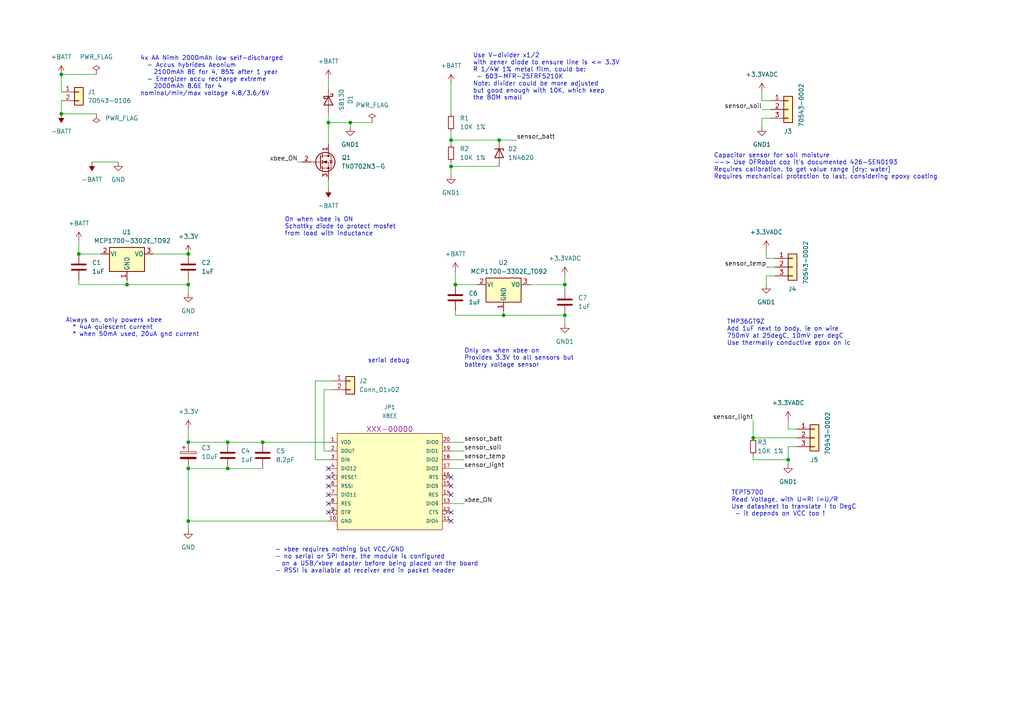
<source format=kicad_sch>
(kicad_sch (version 20211123) (generator eeschema)
  (paper "A4")
  (title_block (title "Garden Reporter Probe") (date "2022-08-11") (rev "0.9") (company "While-True") (comment 1 "Bastien Auneau"))
  (lib_symbols
    (symbol "Connector_Generic:Conn_01x02" (pin_names (offset 1.016) hide)
      (property "Reference" "J" (at 0 2.54 0))
      (property "Value" "Conn_01x02" (at 0 -5.08 0))
      (symbol "Conn_01x02_1_1"
        (rectangle (start -1.27 -2.413) (end 0 -2.667) (stroke (width 0.1524)))
        (rectangle (start -1.27 0.127) (end 0 -0.127) (stroke (width 0.1524)))
        (rectangle (start -1.27 1.27) (end 1.27 -3.81) (stroke (width 0.254)) (fill (type background)))
        (pin passive line (at -5.08 0 0) (length 3.81) (name "Pin_1") (number "1"))
        (pin passive line (at -5.08 -2.54 0) (length 3.81) (name "Pin_2") (number "2"))
      )
    )
    (symbol "Connector_Generic:Conn_01x03" (pin_names (offset 1.016) hide)
      (property "Reference" "J" (at 0 5.08 0))
      (property "Value" "Conn_01x03" (at 0 -5.08 0))
      (symbol "Conn_01x03_1_1"
        (rectangle (start -1.27 -2.413) (end 0 -2.667) (stroke (width 0.1524)))
        (rectangle (start -1.27 0.127) (end 0 -0.127) (stroke (width 0.1524)))
        (rectangle (start -1.27 2.667) (end 0 2.413) (stroke (width 0.1524)))
        (rectangle (start -1.27 3.81) (end 1.27 -3.81) (stroke (width 0.254)) (fill (type background)))
        (pin passive line (at -5.08 2.54 0) (length 3.81) (name "Pin_1") (number "1"))
        (pin passive line (at -5.08 0 0) (length 3.81) (name "Pin_2") (number "2"))
        (pin passive line (at -5.08 -2.54 0) (length 3.81) (name "Pin_3") (number "3"))
      )
    )
    (symbol "Device:C" (pin_numbers hide) (pin_names (offset 0.254))
      (property "Reference" "C" (at 0.635 2.54 0))
      (property "Value" "C" (at 0.635 -2.54 0))
      (symbol "C_0_1"
        (polyline (pts (xy -2.032 -0.762) (xy 2.032 -0.762)) (stroke (width 0.508)))
        (polyline (pts (xy -2.032 0.762) (xy 2.032 0.762)) (stroke (width 0.508)))
      )
      (symbol "C_1_1"
        (pin passive line (at 0 3.81 270) (length 2.794) (name "~") (number "1"))
        (pin passive line (at 0 -3.81 90) (length 2.794) (name "~") (number "2"))
      )
    )
    (symbol "Device:C_Polarized" (pin_numbers hide) (pin_names (offset 0.254))
      (property "Reference" "C" (at 0.635 2.54 0))
      (property "Value" "C_Polarized" (at 0.635 -2.54 0))
      (symbol "C_Polarized_0_1"
        (rectangle (start -2.286 0.508) (end 2.286 1.016))
        (polyline (pts (xy -1.778 2.286) (xy -0.762 2.286)))
        (polyline (pts (xy -1.27 2.794) (xy -1.27 1.778)))
        (rectangle (start 2.286 -0.508) (end -2.286 -1.016) (fill (type outline)))
      )
      (symbol "C_Polarized_1_1"
        (pin passive line (at 0 3.81 270) (length 2.794) (name "~") (number "1"))
        (pin passive line (at 0 -3.81 90) (length 2.794) (name "~") (number "2"))
      )
    )
    (symbol "Device:D_Schottky" (pin_numbers hide) (pin_names (offset 1.016) hide)
      (property "Reference" "D" (at 0 2.54 0))
      (property "Value" "D_Schottky" (at 0 -2.54 0))
      (symbol "D_Schottky_0_1"
        (polyline (pts (xy 1.27 0) (xy -1.27 0)))
        (polyline (pts (xy 1.27 1.27) (xy 1.27 -1.27) (xy -1.27 0) (xy 1.27 1.27)) (stroke (width 0.254)))
        (polyline (pts (xy -1.905 0.635) (xy -1.905 1.27) (xy -1.27 1.27) (xy -1.27 -1.27) (xy -0.635 -1.27) (xy -0.635 -0.635)) (stroke (width 0.254)))
      )
      (symbol "D_Schottky_1_1"
        (pin passive line (at -3.81 0 0) (length 2.54) (name "K") (number "1"))
        (pin passive line (at 3.81 0 180) (length 2.54) (name "A") (number "2"))
      )
    )
    (symbol "Device:D_Zener" (pin_numbers hide) (pin_names (offset 1.016) hide)
      (property "Reference" "D" (at 0 2.54 0))
      (property "Value" "D_Zener" (at 0 -2.54 0))
      (symbol "D_Zener_0_1"
        (polyline (pts (xy 1.27 0) (xy -1.27 0)))
        (polyline (pts (xy -1.27 -1.27) (xy -1.27 1.27) (xy -0.762 1.27)) (stroke (width 0.254)))
        (polyline (pts (xy 1.27 -1.27) (xy 1.27 1.27) (xy -1.27 0) (xy 1.27 -1.27)) (stroke (width 0.254)))
      )
      (symbol "D_Zener_1_1"
        (pin passive line (at -3.81 0 0) (length 2.54) (name "K") (number "1"))
        (pin passive line (at 3.81 0 180) (length 2.54) (name "A") (number "2"))
      )
    )
    (symbol "Device:Q_NMOS_DGS" (pin_names (offset 0) hide)
      (property "Reference" "Q" (at 5.08 1.27 0))
      (property "Value" "Q_NMOS_DGS" (at 5.08 -1.27 0))
      (symbol "Q_NMOS_DGS_0_1"
        (polyline (pts (xy 0.254 0) (xy -2.54 0)))
        (polyline (pts (xy 0.254 1.905) (xy 0.254 -1.905)) (stroke (width 0.254)))
        (polyline (pts (xy 0.762 -1.27) (xy 0.762 -2.286)) (stroke (width 0.254)))
        (polyline (pts (xy 0.762 0.508) (xy 0.762 -0.508)) (stroke (width 0.254)))
        (polyline (pts (xy 0.762 2.286) (xy 0.762 1.27)) (stroke (width 0.254)))
        (polyline (pts (xy 2.54 2.54) (xy 2.54 1.778)))
        (polyline (pts (xy 2.54 -2.54) (xy 2.54 0) (xy 0.762 0)))
        (polyline (pts (xy 0.762 -1.778) (xy 3.302 -1.778) (xy 3.302 1.778) (xy 0.762 1.778)))
        (polyline (pts (xy 1.016 0) (xy 2.032 0.381) (xy 2.032 -0.381) (xy 1.016 0)) (fill (type outline)))
        (polyline (pts (xy 2.794 0.508) (xy 2.921 0.381) (xy 3.683 0.381) (xy 3.81 0.254)))
        (polyline (pts (xy 3.302 0.381) (xy 2.921 -0.254) (xy 3.683 -0.254) (xy 3.302 0.381)))
        (circle (center 1.651 0) (radius 2.794) (stroke (width 0.254)))
        (circle (center 2.54 -1.778) (radius 0.254) (fill (type outline)))
        (circle (center 2.54 1.778) (radius 0.254) (fill (type outline)))
      )
      (symbol "Q_NMOS_DGS_1_1"
        (pin passive line (at 2.54 5.08 270) (length 2.54) (name "D") (number "1"))
        (pin input line (at -5.08 0 0) (length 2.54) (name "G") (number "2"))
        (pin passive line (at 2.54 -5.08 90) (length 2.54) (name "S") (number "3"))
      )
    )
    (symbol "Device:R_Small" (pin_numbers hide) (pin_names (offset 0.254) hide)
      (property "Reference" "R" (at 0.762 0.508 0))
      (property "Value" "R_Small" (at 0.762 -1.016 0))
      (symbol "R_Small_0_1"
        (rectangle (start -0.762 1.778) (end 0.762 -1.778) (stroke (width 0.2032)))
      )
      (symbol "R_Small_1_1"
        (pin passive line (at 0 2.54 270) (length 0.762) (name "~") (number "1"))
        (pin passive line (at 0 -2.54 90) (length 0.762) (name "~") (number "2"))
      )
    )
    (symbol "Regulator_Linear:MCP1700-3302E_TO92" (pin_names (offset 0.254))
      (property "Reference" "U" (at -3.81 -3.175 0))
      (property "Value" "MCP1700-3302E_TO92" (at 0 -3.175 0))
      (symbol "MCP1700-3302E_TO92_0_1"
        (rectangle (start -5.08 5.08) (end 5.08 -1.905) (stroke (width 0.254)) (fill (type background)))
      )
      (symbol "MCP1700-3302E_TO92_1_1"
        (pin power_in line (at 0 7.62 270) (length 2.54) (name "GND") (number "1"))
        (pin power_in line (at -7.62 0 0) (length 2.54) (name "VI") (number "2"))
        (pin power_out line (at 7.62 0 180) (length 2.54) (name "VO") (number "3"))
      )
    )
    (symbol "SparkFun-RF:XBEE" (pin_names (offset 1.016))
      (property "Reference" "JP" (at -15.24 13.97 0))
      (property "Value" "XBEE" (at -15.24 -17.78 0))
      (property "Field4" "XXX-00000" (at 0 16.51 0))
      (symbol "XBEE_1_1"
        (polyline (pts (xy -15.24 12.7) (xy 15.24 12.7) (xy 15.24 -15.24) (xy -15.24 -15.24) (xy -15.24 12.7)) (fill (type background)))
        (pin power_in line (at -17.78 10.16 0) (length 2.54) (name "VDD") (number "1"))
        (pin power_in line (at -17.78 -12.7 0) (length 2.54) (name "GND") (number "10"))
        (pin bidirectional line (at 17.78 -12.7 180) (length 2.54) (name "DIO4") (number "11"))
        (pin output inverted (at 17.78 -10.16 180) (length 2.54) (name "CTS") (number "12"))
        (pin bidirectional line (at 17.78 -7.62 180) (length 2.54) (name "DIO9") (number "13"))
        (pin bidirectional line (at 17.78 -5.08 180) (length 2.54) (name "RES") (number "14"))
        (pin bidirectional line (at 17.78 -2.54 180) (length 2.54) (name "DIO5") (number "15"))
        (pin input inverted (at 17.78 0 180) (length 2.54) (name "RTS") (number "16"))
        (pin bidirectional line (at 17.78 2.54 180) (length 2.54) (name "DIO3") (number "17"))
        (pin bidirectional line (at 17.78 5.08 180) (length 2.54) (name "DIO2") (number "18"))
        (pin bidirectional line (at 17.78 7.62 180) (length 2.54) (name "DIO1") (number "19"))
        (pin output line (at -17.78 7.62 0) (length 2.54) (name "DOUT") (number "2"))
        (pin bidirectional line (at 17.78 10.16 180) (length 2.54) (name "DIO0") (number "20"))
        (pin input line (at -17.78 5.08 0) (length 2.54) (name "DIN") (number "3"))
        (pin bidirectional line (at -17.78 2.54 0) (length 2.54) (name "DIO12") (number "4"))
        (pin input inverted (at -17.78 0 0) (length 2.54) (name "RESET") (number "5"))
        (pin bidirectional line (at -17.78 -2.54 0) (length 2.54) (name "RSSI") (number "6"))
        (pin bidirectional line (at -17.78 -5.08 0) (length 2.54) (name "DIO11") (number "7"))
        (pin bidirectional line (at -17.78 -7.62 0) (length 2.54) (name "RES") (number "8"))
        (pin bidirectional inverted (at -17.78 -10.16 0) (length 2.54) (name "DTR") (number "9"))
      )
    )
    (symbol "power:+3.3V" (power) (pin_names (offset 0))
      (property "Value" "+3.3V" (at 0 3.556 0))
      (symbol "+3.3V_0_1"
        (polyline (pts (xy -0.762 1.27) (xy 0 2.54)))
        (polyline (pts (xy 0 0) (xy 0 2.54)))
        (polyline (pts (xy 0 2.54) (xy 0.762 1.27)))
      )
      (symbol "+3.3V_1_1"
        (pin power_in line (at 0 0 90) (length 0) hide (name "+3.3V") (number "1"))
      )
    )
    (symbol "power:+3.3VADC" (power) (pin_names (offset 0))
      (property "Value" "+3.3VADC" (at 0 2.54 0))
      (symbol "+3.3VADC_0_0"
        (pin power_in line (at 0 0 90) (length 0) hide (name "+3.3VADC") (number "1"))
      )
      (symbol "+3.3VADC_0_1"
        (polyline (pts (xy -0.762 1.27) (xy 0 2.54)))
        (polyline (pts (xy 0 0) (xy 0 2.54)))
        (polyline (pts (xy 0 2.54) (xy 0.762 1.27)))
      )
    )
    (symbol "power:+BATT" (power) (pin_names (offset 0))
      (property "Value" "+BATT" (at 0 3.556 0))
      (symbol "+BATT_0_1"
        (polyline (pts (xy -0.762 1.27) (xy 0 2.54)))
        (polyline (pts (xy 0 0) (xy 0 2.54)))
        (polyline (pts (xy 0 2.54) (xy 0.762 1.27)))
      )
      (symbol "+BATT_1_1"
        (pin power_in line (at 0 0 90) (length 0) hide (name "+BATT") (number "1"))
      )
    )
    (symbol "power:-BATT" (power) (pin_names (offset 0))
      (property "Value" "-BATT" (at 0 3.556 0))
      (symbol "-BATT_0_1"
        (polyline (pts (xy 0 0) (xy 0 2.54)))
        (polyline (pts (xy 0.762 1.27) (xy -0.762 1.27) (xy 0 2.54) (xy 0.762 1.27)) (fill (type outline)))
      )
      (symbol "-BATT_1_1"
        (pin power_in line (at 0 0 90) (length 0) hide (name "-BATT") (number "1"))
      )
    )
    (symbol "power:GND" (power) (pin_names (offset 0))
      (property "Value" "GND" (at 0 -3.81 0))
      (symbol "GND_0_1"
        (polyline (pts (xy 0 0) (xy 0 -1.27) (xy 1.27 -1.27) (xy 0 -2.54) (xy -1.27 -1.27) (xy 0 -1.27)))
      )
      (symbol "GND_1_1"
        (pin power_in line (at 0 0 270) (length 0) hide (name "GND") (number "1"))
      )
    )
    (symbol "power:GND1" (power) (pin_names (offset 0))
      (property "Value" "GND1" (at 0 -3.81 0))
      (symbol "GND1_0_1"
        (polyline (pts (xy 0 0) (xy 0 -1.27) (xy 1.27 -1.27) (xy 0 -2.54) (xy -1.27 -1.27) (xy 0 -1.27)))
      )
      (symbol "GND1_1_1"
        (pin power_in line (at 0 0 270) (length 0) hide (name "GND1") (number "1"))
      )
    )
    (symbol "power:PWR_FLAG" (power) (pin_numbers hide) (pin_names (offset 0) hide)
      (property "Value" "PWR_FLAG" (at 0 3.81 0))
      (symbol "PWR_FLAG_0_0"
        (pin power_out line (at 0 0 90) (length 0) (name "pwr") (number "1"))
      )
      (symbol "PWR_FLAG_0_1"
        (polyline (pts (xy 0 0) (xy 0 1.27) (xy -1.016 1.905) (xy 0 2.54) (xy 1.016 1.905) (xy 0 1.27)))
      )
    )
  )
  (junction (at 54.61 135.89))
  (junction (at 54.61 82.55))
  (junction (at 17.78 33.02))
  (junction (at 22.86 73.66))
  (junction (at 146.05 91.44))
  (junction (at 163.83 91.44))
  (junction (at 54.61 128.27))
  (junction (at 17.78 21.59))
  (junction (at 66.04 135.89))
  (junction (at 95.25 35.56))
  (junction (at 66.04 128.27))
  (junction (at 228.6 133.35))
  (junction (at 218.44 127))
  (junction (at 76.2 128.27))
  (junction (at 101.6 35.56))
  (junction (at 54.61 151.13))
  (junction (at 163.83 82.55))
  (junction (at 132.08 82.55))
  (junction (at 144.78 40.64))
  (junction (at 130.81 40.64))
  (junction (at 54.61 73.66))
  (junction (at 130.81 48.26))
  (junction (at 36.83 82.55))
  (no_connect (at 95.25 143.51))
  (no_connect (at 130.81 148.59))
  (no_connect (at 130.81 151.13))
  (no_connect (at 95.25 135.89))
  (no_connect (at 130.81 143.51))
  (no_connect (at 130.81 138.43))
  (no_connect (at 130.81 140.97))
  (no_connect (at 95.25 140.97))
  (no_connect (at 95.25 148.59))
  (no_connect (at 95.25 146.05))
  (no_connect (at 95.25 138.43))
  (wire (pts (xy 54.61 124.46) (xy 54.61 128.27)))
  (wire (pts (xy 144.78 40.64) (xy 149.86 40.64)))
  (wire (pts (xy 146.05 90.17) (xy 146.05 91.44)))
  (wire (pts (xy 17.78 21.59) (xy 17.78 26.67)))
  (wire (pts (xy 54.61 153.67) (xy 54.61 151.13)))
  (wire (pts (xy 130.81 128.27) (xy 134.62 128.27)))
  (wire (pts (xy 228.6 124.46) (xy 228.6 121.92)))
  (wire (pts (xy 86.36 46.99) (xy 87.63 46.99)))
  (wire (pts (xy 130.81 130.81) (xy 134.62 130.81)))
  (wire (pts (xy 218.44 132.08) (xy 218.44 133.35)))
  (wire (pts (xy 93.98 130.81) (xy 93.98 113.03)))
  (wire (pts (xy 130.81 135.89) (xy 134.62 135.89)))
  (wire (pts (xy 223.52 34.29) (xy 220.98 34.29)))
  (wire (pts (xy 130.81 24.13) (xy 130.81 33.02)))
  (wire (pts (xy 130.81 38.1) (xy 130.81 40.64)))
  (wire (pts (xy 95.25 52.07) (xy 95.25 54.61)))
  (wire (pts (xy 163.83 93.98) (xy 163.83 91.44)))
  (wire (pts (xy 66.04 128.27) (xy 76.2 128.27)))
  (wire (pts (xy 101.6 35.56) (xy 101.6 36.83)))
  (wire (pts (xy 95.25 22.86) (xy 95.25 25.4)))
  (wire (pts (xy 222.25 77.47) (xy 224.79 77.47)))
  (wire (pts (xy 95.25 33.02) (xy 95.25 35.56)))
  (wire (pts (xy 224.79 80.01) (xy 222.25 80.01)))
  (wire (pts (xy 130.81 46.99) (xy 130.81 48.26)))
  (wire (pts (xy 222.25 80.01) (xy 222.25 82.55)))
  (wire (pts (xy 54.61 151.13) (xy 95.25 151.13)))
  (wire (pts (xy 130.81 146.05) (xy 134.62 146.05)))
  (wire (pts (xy 17.78 21.59) (xy 27.94 21.59)))
  (wire (pts (xy 54.61 81.28) (xy 54.61 82.55)))
  (wire (pts (xy 95.25 130.81) (xy 93.98 130.81)))
  (wire (pts (xy 130.81 133.35) (xy 134.62 133.35)))
  (wire (pts (xy 66.04 135.89) (xy 76.2 135.89)))
  (wire (pts (xy 29.21 73.66) (xy 22.86 73.66)))
  (wire (pts (xy 220.98 34.29) (xy 220.98 36.83)))
  (wire (pts (xy 22.86 69.85) (xy 22.86 73.66)))
  (wire (pts (xy 130.81 40.64) (xy 144.78 40.64)))
  (wire (pts (xy 132.08 78.74) (xy 132.08 82.55)))
  (wire (pts (xy 44.45 73.66) (xy 54.61 73.66)))
  (wire (pts (xy 26.67 46.99) (xy 34.29 46.99)))
  (wire (pts (xy 54.61 135.89) (xy 66.04 135.89)))
  (wire (pts (xy 17.78 29.21) (xy 17.78 33.02)))
  (wire (pts (xy 54.61 128.27) (xy 66.04 128.27)))
  (wire (pts (xy 231.14 129.54) (xy 228.6 129.54)))
  (wire (pts (xy 231.14 124.46) (xy 228.6 124.46)))
  (wire (pts (xy 93.98 113.03) (xy 96.52 113.03)))
  (wire (pts (xy 130.81 40.64) (xy 130.81 41.91)))
  (wire (pts (xy 163.83 82.55) (xy 163.83 80.01)))
  (wire (pts (xy 222.25 74.93) (xy 222.25 72.39)))
  (wire (pts (xy 17.78 33.02) (xy 27.94 33.02)))
  (wire (pts (xy 107.95 35.56) (xy 101.6 35.56)))
  (wire (pts (xy 54.61 85.09) (xy 54.61 82.55)))
  (wire (pts (xy 146.05 91.44) (xy 132.08 91.44)))
  (wire (pts (xy 224.79 74.93) (xy 222.25 74.93)))
  (wire (pts (xy 218.44 133.35) (xy 228.6 133.35)))
  (wire (pts (xy 163.83 83.82) (xy 163.83 82.55)))
  (wire (pts (xy 153.67 82.55) (xy 163.83 82.55)))
  (wire (pts (xy 130.81 48.26) (xy 130.81 50.8)))
  (wire (pts (xy 95.25 35.56) (xy 101.6 35.56)))
  (wire (pts (xy 91.44 110.49) (xy 91.44 133.35)))
  (wire (pts (xy 22.86 82.55) (xy 36.83 82.55)))
  (wire (pts (xy 228.6 129.54) (xy 228.6 133.35)))
  (wire (pts (xy 220.98 31.75) (xy 223.52 31.75)))
  (wire (pts (xy 228.6 134.62) (xy 228.6 133.35)))
  (wire (pts (xy 36.83 81.28) (xy 36.83 82.55)))
  (wire (pts (xy 96.52 110.49) (xy 91.44 110.49)))
  (wire (pts (xy 91.44 133.35) (xy 95.25 133.35)))
  (wire (pts (xy 54.61 135.89) (xy 54.61 151.13)))
  (wire (pts (xy 138.43 82.55) (xy 132.08 82.55)))
  (wire (pts (xy 130.81 48.26) (xy 144.78 48.26)))
  (wire (pts (xy 76.2 128.27) (xy 95.25 128.27)))
  (wire (pts (xy 146.05 91.44) (xy 163.83 91.44)))
  (wire (pts (xy 22.86 82.55) (xy 22.86 81.28)))
  (wire (pts (xy 132.08 90.17) (xy 132.08 91.44)))
  (wire (pts (xy 220.98 29.21) (xy 220.98 26.67)))
  (wire (pts (xy 223.52 29.21) (xy 220.98 29.21)))
  (wire (pts (xy 36.83 82.55) (xy 54.61 82.55)))
  (wire (pts (xy 218.44 127) (xy 231.14 127)))
  (wire (pts (xy 95.25 35.56) (xy 95.25 41.91)))
  (wire (pts (xy 218.44 121.92) (xy 218.44 127)))
  (text " - xbee requires nothing but VCC/GND\n - no serial or SPI here, the module is configured \n   on a USB/xbee adapter before being placed on the board\n - RSSI is available at receiver end in packet header" (at 78.74 166.37 0) (effects (font (size 1.27 1.27)) (justify left bottom)))
  (text "Use V-divider x1/2\nwith zener diode to ensure line is <= 3.3V\nR 1/4W 1% metal film, could be:\n - 603-MFR-25FRF5210K \nNote: divider could be more adjusted\nbut good enough with 10K, which keep\nthe BOM small" (at 137.16 29.21 0) (effects (font (size 1.27 1.27)) (justify left bottom)))
  (text "Always on, only powers xbee\n  * 4uA quiescent current\n  * when 50mA used, 20uA gnd current" (at 19.05 97.79 0) (effects (font (size 1.27 1.27)) (justify left bottom)))
  (text "4x AA Nimh 2000mAh low self-discharged\n  - Accus hybrides Aeonium\n    2100mAh 8E for 4, 85% after 1 year\n  - Energizer accu recharge extreme \n    2000mAh 8.6E for 4\nnominal/min/max voltage 4.8/3.6/6V" (at 40.64 27.94 0) (effects (font (size 1.27 1.27)) (justify left bottom)))
  (text "Only on when xbee on\nProvides 3.3V to all sensors but\nbattery voltage sensor" (at 134.62 106.68 0) (effects (font (size 1.27 1.27)) (justify left bottom)))
  (text "TMP36GT9Z\nAdd 1uF next to body, ie on wire\n750mV at 25degC, 10mV per degC\nUse thermally conductive epox on ic" (at 210.82 100.33 0) (effects (font (size 1.27 1.27)) (justify left bottom)))
  (text "On when xbee is ON\nSchottky diode to protect mosfet\nfrom load with inductance" (at 82.55 68.58 0) (effects (font (size 1.27 1.27)) (justify left bottom)))
  (text "Capacitor sensor for soil moisture\n--> Use DFRobot coz it's documented 426-SEN0193\nRequires calibration, to get value range [dry; water]\nRequires mechanical protection to last, considering epoxy coating" (at 207.01 52.07 0) (effects (font (size 1.27 1.27)) (justify left bottom)))
  (text "serial debug" (at 106.68 105.41 0) (effects (font (size 1.27 1.27)) (justify left bottom)))
  (text "TEPT5700\nRead Voltage, with U=RI I=U/R\nUse datasheet to translate I to DegC\n - it depends on VCC too !" (at 212.09 149.86 0) (effects (font (size 1.27 1.27)) (justify left bottom)))
  (label "xbee_ON" (at 86.36 46.99 180))
  (label "xbee_ON" (at 134.62 146.05 0))
  (label "sensor_light" (at 218.44 121.92 180))
  (label "sensor_soil" (at 134.62 130.81 0))
  (label "sensor_batt" (at 134.62 128.27 0))
  (label "sensor_light" (at 134.62 135.89 0))
  (label "sensor_soil" (at 220.98 31.75 180))
  (label "sensor_temp" (at 222.25 77.47 180))
  (label "sensor_batt" (at 149.86 40.64 0))
  (label "sensor_temp" (at 134.62 133.35 0))
  (symbol (lib_id "Regulator_Linear:MCP1700-3302E_TO92") (at 36.83 73.66 0) (mirror x) (unit 1)
    (property "Reference" "U1" (at 38.1 67.31 0) (effects (justify right)))
    (property "Value" "MCP1700-3302E_TO92" (at 49.53 69.85 0) (effects (justify right)))
    (property "Footprint" "Package_TO_SOT_THT:TO-92_Inline" (effects hide))
    (property "Datasheet" "http://ww1.microchip.com/downloads/en/DeviceDoc/20001826D.pdf" (effects hide))
  )
  (symbol (lib_id "power:GND1") (at 222.25 82.55 0) (unit 1)
    (property "Reference" "#PWR022" (effects hide))
    (property "Value" "GND1" (at 222.25 87.63 0))
  )
  (symbol (lib_id "power:+BATT") (at 17.78 21.59 0) (unit 1)
    (property "Reference" "#PWR01" (effects hide))
    (property "Value" "+BATT" (at 17.78 16.51 0))
  )
  (symbol (lib_id "power:GND1") (at 163.83 93.98 0) (unit 1)
    (property "Reference" "#PWR018" (effects hide))
    (property "Value" "GND1" (at 163.83 99.06 0))
  )
  (symbol (lib_id "power:PWR_FLAG") (at 27.94 33.02 180) (unit 1)
    (property "Reference" "#FLG02" (effects hide))
    (property "Value" "PWR_FLAG" (at 30.48 34.2899 0) (effects (justify right)))
  )
  (symbol (lib_id "Device:Q_NMOS_DGS") (at 92.71 46.99 0) (unit 1)
    (property "Reference" "Q1" (at 99.06 45.7199 0) (effects (justify left)))
    (property "Value" "TN0702N3-G" (at 99.06 48.2599 0) (effects (justify left)))
    (property "Footprint" "Package_TO_SOT_THT:TO-92_Inline" (effects hide))
  )
  (symbol (lib_id "power:+BATT") (at 132.08 78.74 0) (unit 1)
    (property "Reference" "#PWR016" (effects hide))
    (property "Value" "+BATT" (at 132.08 73.66 0))
  )
  (symbol (lib_id "power:-BATT") (at 17.78 33.02 180) (unit 1)
    (property "Reference" "#PWR02" (effects hide))
    (property "Value" "-BATT" (at 17.78 38.1 0))
  )
  (symbol (lib_id "Device:C") (at 163.83 87.63 0) (unit 1)
    (property "Reference" "C7" (at 167.64 86.3599 0) (effects (justify left)))
    (property "Value" "1uF" (at 167.64 88.8999 0) (effects (justify left)))
    (property "Footprint" "Capacitor_THT:C_Disc_D3.0mm_W2.0mm_P2.50mm" (effects hide))
  )
  (symbol (lib_id "SparkFun-RF:XBEE") (at 113.03 138.43 0) (unit 1)
    (property "Reference" "JP1" (at 113.03 118.11 0) (effects (font (size 1.143 1.143))))
    (property "Value" "XBEE" (at 113.03 120.65 0) (effects (font (size 1.143 1.143))))
    (property "Footprint" "XBEE" (effects hide))
    (property "Field4" "XXX-00000" (at 113.03 124.46 0) (effects (font (size 1.524 1.524))))
  )
  (symbol (lib_id "power:+3.3V") (at 54.61 124.46 0) (unit 1)
    (property "Reference" "#PWR09" (effects hide))
    (property "Value" "+3.3V" (at 54.61 119.38 0))
  )
  (symbol (lib_id "power:GND") (at 54.61 153.67 0) (unit 1)
    (property "Reference" "#PWR010" (effects hide))
    (property "Value" "GND" (at 54.61 158.75 0))
  )
  (symbol (lib_id "power:GND1") (at 130.81 50.8 0) (unit 1)
    (property "Reference" "#PWR015" (effects hide))
    (property "Value" "GND1" (at 130.81 55.88 0))
  )
  (symbol (lib_id "power:+3.3VADC") (at 163.83 80.01 0) (unit 1)
    (property "Reference" "#PWR017" (effects hide))
    (property "Value" "+3.3VADC" (at 163.83 74.93 0))
  )
  (symbol (lib_id "power:+3.3VADC") (at 222.25 72.39 0) (unit 1)
    (property "Reference" "#PWR021" (effects hide))
    (property "Value" "+3.3VADC" (at 222.25 67.31 0))
  )
  (symbol (lib_id "power:GND") (at 34.29 46.99 0) (unit 1)
    (property "Reference" "#PWR06" (effects hide))
    (property "Value" "GND" (at 34.29 52.07 0))
  )
  (symbol (lib_id "Device:R_Small") (at 130.81 44.45 0) (unit 1)
    (property "Reference" "R2" (at 133.35 43.1799 0) (effects (justify left)))
    (property "Value" "10K 1%" (at 133.35 45.7199 0) (effects (justify left)))
    (property "Footprint" "Resistor_THT:R_Axial_DIN0207_L6.3mm_D2.5mm_P7.62mm_Horizontal" (effects hide))
  )
  (symbol (lib_id "Device:C") (at 54.61 77.47 0) (unit 1)
    (property "Reference" "C2" (at 58.42 76.1999 0) (effects (justify left)))
    (property "Value" "1uF" (at 58.42 78.7399 0) (effects (justify left)))
    (property "Footprint" "Capacitor_THT:C_Disc_D3.0mm_W2.0mm_P2.50mm" (effects hide))
  )
  (symbol (lib_id "power:+BATT") (at 22.86 69.85 0) (unit 1)
    (property "Reference" "#PWR03" (effects hide))
    (property "Value" "+BATT" (at 22.86 64.77 0))
  )
  (symbol (lib_id "power:PWR_FLAG") (at 27.94 21.59 0) (unit 1)
    (property "Reference" "#FLG01" (effects hide))
    (property "Value" "PWR_FLAG" (at 27.94 16.51 0))
  )
  (symbol (lib_id "Device:C") (at 66.04 132.08 0) (unit 1)
    (property "Reference" "C4" (at 69.85 130.8099 0) (effects (justify left)))
    (property "Value" "1uF" (at 69.85 133.3499 0) (effects (justify left)))
    (property "Footprint" "Capacitor_THT:C_Disc_D3.0mm_W2.0mm_P2.50mm" (effects hide))
  )
  (symbol (lib_id "Device:C") (at 132.08 86.36 0) (unit 1)
    (property "Reference" "C6" (at 135.89 85.0899 0) (effects (justify left)))
    (property "Value" "1uF" (at 135.89 87.6299 0) (effects (justify left)))
    (property "Footprint" "Capacitor_THT:C_Disc_D3.0mm_W2.0mm_P2.50mm" (effects hide))
  )
  (symbol (lib_id "Connector_Generic:Conn_01x02") (at 22.86 26.67 0) (unit 1)
    (property "Reference" "J1" (at 25.4 26.6699 0) (effects (justify left)))
    (property "Value" "70543-0106" (at 25.4 29.2099 0) (effects (justify left)))
    (property "Footprint" "Connector_Molex:Molex_SL_171971-0002_1x02_P2.54mm_Vertical" (effects hide))
  )
  (symbol (lib_id "Connector_Generic:Conn_01x03") (at 229.87 77.47 0) (unit 1)
    (property "Reference" "J4" (at 228.6 83.82 0) (effects (justify left)))
    (property "Value" "70543-0002" (at 233.68 82.55 90) (effects (justify left)))
    (property "Footprint" "Connector_Molex:Molex_SL_171971-0003_1x03_P2.54mm_Vertical" (effects hide))
  )
  (symbol (lib_id "power:GND1") (at 228.6 134.62 0) (unit 1)
    (property "Reference" "#PWR024" (effects hide))
    (property "Value" "GND1" (at 228.6 139.7 0))
  )
  (symbol (lib_id "power:GND1") (at 101.6 36.83 0) (unit 1)
    (property "Reference" "#PWR013" (effects hide))
    (property "Value" "GND1" (at 101.6 41.91 0))
  )
  (symbol (lib_id "Device:C") (at 76.2 132.08 0) (unit 1)
    (property "Reference" "C5" (at 80.01 130.8099 0) (effects (justify left)))
    (property "Value" "8.2pF" (at 80.01 133.3499 0) (effects (justify left)))
    (property "Footprint" "Capacitor_THT:C_Disc_D3.8mm_W2.6mm_P2.50mm" (effects hide))
  )
  (symbol (lib_id "power:+3.3VADC") (at 228.6 121.92 0) (unit 1)
    (property "Reference" "#PWR023" (effects hide))
    (property "Value" "+3.3VADC" (at 228.6 116.84 0))
  )
  (symbol (lib_id "power:-BATT") (at 95.25 54.61 180) (unit 1)
    (property "Reference" "#PWR012" (effects hide))
    (property "Value" "-BATT" (at 95.25 59.69 0))
  )
  (symbol (lib_id "power:PWR_FLAG") (at 107.95 35.56 0) (unit 1)
    (property "Reference" "#FLG03" (effects hide))
    (property "Value" "PWR_FLAG" (at 107.95 30.48 0))
  )
  (symbol (lib_id "Device:R_Small") (at 130.81 35.56 0) (unit 1)
    (property "Reference" "R1" (at 133.35 34.2899 0) (effects (justify left)))
    (property "Value" "10K 1%" (at 133.35 36.8299 0) (effects (justify left)))
    (property "Footprint" "Resistor_THT:R_Axial_DIN0207_L6.3mm_D2.5mm_P7.62mm_Horizontal" (effects hide))
  )
  (symbol (lib_id "Connector_Generic:Conn_01x03") (at 228.6 31.75 0) (unit 1)
    (property "Reference" "J3" (at 227.33 38.1 0) (effects (justify left)))
    (property "Value" "70543-0002" (at 232.41 36.83 90) (effects (justify left)))
    (property "Footprint" "Connector_Molex:Molex_SL_171971-0003_1x03_P2.54mm_Vertical" (effects hide))
  )
  (symbol (lib_id "power:+3.3VADC") (at 220.98 26.67 0) (unit 1)
    (property "Reference" "#PWR019" (effects hide))
    (property "Value" "+3.3VADC" (at 220.98 21.59 0))
  )
  (symbol (lib_id "power:+3.3V") (at 54.61 73.66 0) (unit 1)
    (property "Reference" "#PWR07" (effects hide))
    (property "Value" "+3.3V" (at 54.61 68.58 0))
  )
  (symbol (lib_id "Connector_Generic:Conn_01x02") (at 101.6 110.49 0) (unit 1)
    (property "Reference" "J2" (at 104.14 110.4899 0) (effects (justify left)))
    (property "Value" "Conn_01x02" (at 104.14 113.0299 0) (effects (justify left)))
    (property "Footprint" "Connector_PinHeader_2.54mm:PinHeader_1x02_P2.54mm_Vertical" (effects hide))
  )
  (symbol (lib_id "Device:R_Small") (at 218.44 129.54 0) (unit 1)
    (property "Reference" "R3" (at 219.71 128.27 0) (effects (justify left)))
    (property "Value" "10K 1%" (at 219.71 130.81 0) (effects (justify left)))
    (property "Footprint" "Resistor_THT:R_Axial_DIN0207_L6.3mm_D2.5mm_P7.62mm_Horizontal" (effects hide))
  )
  (symbol (lib_id "Connector_Generic:Conn_01x03") (at 236.22 127 0) (unit 1)
    (property "Reference" "J5" (at 234.95 133.35 0) (effects (justify left)))
    (property "Value" "70543-0002" (at 240.03 132.08 90) (effects (justify left)))
    (property "Footprint" "Connector_Molex:Molex_SL_171971-0003_1x03_P2.54mm_Vertical" (effects hide))
  )
  (symbol (lib_id "Device:D_Zener") (at 144.78 44.45 270) (unit 1)
    (property "Reference" "D2" (at 147.32 43.1799 90) (effects (justify left)))
    (property "Value" "1N4620" (at 147.32 45.7199 90) (effects (justify left)))
    (property "Footprint" "Diode_THT:D_DO-35_SOD27_P7.62mm_Horizontal" (effects hide))
  )
  (symbol (lib_id "Device:D_Schottky") (at 95.25 29.21 270) (unit 1)
    (property "Reference" "D1" (at 101.6 28.8925 0))
    (property "Value" "SB130" (at 99.06 28.8925 0))
    (property "Footprint" "Diode_THT:D_DO-15_P10.16mm_Horizontal" (effects hide))
  )
  (symbol (lib_id "power:GND") (at 54.61 85.09 0) (unit 1)
    (property "Reference" "#PWR08" (effects hide))
    (property "Value" "GND" (at 54.61 90.17 0))
  )
  (symbol (lib_id "power:+BATT") (at 130.81 24.13 0) (unit 1)
    (property "Reference" "#PWR014" (effects hide))
    (property "Value" "+BATT" (at 130.81 19.05 0))
  )
  (symbol (lib_id "Device:C") (at 22.86 77.47 0) (unit 1)
    (property "Reference" "C1" (at 26.67 76.1999 0) (effects (justify left)))
    (property "Value" "1uF" (at 26.67 78.7399 0) (effects (justify left)))
    (property "Footprint" "Capacitor_THT:C_Disc_D3.0mm_W2.0mm_P2.50mm" (effects hide))
  )
  (symbol (lib_id "power:GND1") (at 220.98 36.83 0) (unit 1)
    (property "Reference" "#PWR020" (effects hide))
    (property "Value" "GND1" (at 220.98 41.91 0))
  )
  (symbol (lib_id "Device:C_Polarized") (at 54.61 132.08 0) (unit 1)
    (property "Reference" "C3" (at 58.42 129.9209 0) (effects (justify left)))
    (property "Value" "10uF" (at 58.42 132.4609 0) (effects (justify left)))
    (property "Footprint" "Capacitor_THT:CP_Radial_D5.0mm_P2.00mm" (effects hide))
  )
  (symbol (lib_id "Regulator_Linear:MCP1700-3302E_TO92") (at 146.05 82.55 0) (mirror x) (unit 1)
    (property "Reference" "U2" (at 147.32 76.2 0) (effects (justify right)))
    (property "Value" "MCP1700-3302E_TO92" (at 158.75 78.74 0) (effects (justify right)))
    (property "Footprint" "Package_TO_SOT_THT:TO-92_Inline" (effects hide))
    (property "Datasheet" "http://ww1.microchip.com/downloads/en/DeviceDoc/20001826D.pdf" (effects hide))
  )
  (symbol (lib_id "power:+BATT") (at 95.25 22.86 0) (unit 1)
    (property "Reference" "#PWR011" (effects hide))
    (property "Value" "+BATT" (at 95.25 17.78 0))
  )
  (symbol (lib_id "power:-BATT") (at 26.67 46.99 180) (unit 1)
    (property "Reference" "#PWR05" (effects hide))
    (property "Value" "-BATT" (at 26.67 52.07 0))
  )
)
</source>
